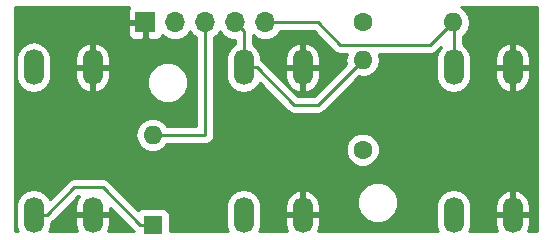
<source format=gbr>
G04 #@! TF.GenerationSoftware,KiCad,Pcbnew,(5.0.1)-4*
G04 #@! TF.CreationDate,2019-03-25T10:39:43-07:00*
G04 #@! TF.ProjectId,SysButtons,537973427574746F6E732E6B69636164,rev?*
G04 #@! TF.SameCoordinates,Original*
G04 #@! TF.FileFunction,Copper,L2,Bot,Signal*
G04 #@! TF.FilePolarity,Positive*
%FSLAX46Y46*%
G04 Gerber Fmt 4.6, Leading zero omitted, Abs format (unit mm)*
G04 Created by KiCad (PCBNEW (5.0.1)-4) date 3/25/2019 10:39:43 AM*
%MOMM*%
%LPD*%
G01*
G04 APERTURE LIST*
G04 #@! TA.AperFunction,ComponentPad*
%ADD10R,1.600000X1.600000*%
G04 #@! TD*
G04 #@! TA.AperFunction,ComponentPad*
%ADD11O,1.600000X1.600000*%
G04 #@! TD*
G04 #@! TA.AperFunction,ComponentPad*
%ADD12R,1.700000X1.700000*%
G04 #@! TD*
G04 #@! TA.AperFunction,ComponentPad*
%ADD13O,1.700000X1.700000*%
G04 #@! TD*
G04 #@! TA.AperFunction,ComponentPad*
%ADD14C,1.600000*%
G04 #@! TD*
G04 #@! TA.AperFunction,ComponentPad*
%ADD15O,1.727200X3.048000*%
G04 #@! TD*
G04 #@! TA.AperFunction,Conductor*
%ADD16C,0.250000*%
G04 #@! TD*
G04 #@! TA.AperFunction,Conductor*
%ADD17C,0.254000*%
G04 #@! TD*
G04 APERTURE END LIST*
D10*
G04 #@! TO.P,D1,1*
G04 #@! TO.N,Net-(D1-Pad1)*
X135255000Y-64770000D03*
D11*
G04 #@! TO.P,D1,2*
G04 #@! TO.N,Net-(D1-Pad2)*
X135255000Y-57150000D03*
G04 #@! TD*
D12*
G04 #@! TO.P,J1,1*
G04 #@! TO.N,+5V*
X134620000Y-47625000D03*
D13*
G04 #@! TO.P,J1,2*
G04 #@! TO.N,GND*
X137160000Y-47625000D03*
G04 #@! TO.P,J1,3*
G04 #@! TO.N,Net-(D1-Pad2)*
X139700000Y-47625000D03*
G04 #@! TO.P,J1,4*
G04 #@! TO.N,Net-(J1-Pad4)*
X142240000Y-47625000D03*
G04 #@! TO.P,J1,5*
G04 #@! TO.N,Net-(J1-Pad5)*
X144780000Y-47625000D03*
G04 #@! TD*
D11*
G04 #@! TO.P,R2,2*
G04 #@! TO.N,Net-(J1-Pad4)*
X153035000Y-50800000D03*
D14*
G04 #@! TO.P,R2,1*
G04 #@! TO.N,GND*
X153035000Y-58420000D03*
G04 #@! TD*
G04 #@! TO.P,R3,1*
G04 #@! TO.N,GND*
X153035000Y-47625000D03*
D11*
G04 #@! TO.P,R3,2*
G04 #@! TO.N,Net-(J1-Pad5)*
X160655000Y-47625000D03*
G04 #@! TD*
D15*
G04 #@! TO.P,SW1,1*
G04 #@! TO.N,+5V*
X130175000Y-63935000D03*
G04 #@! TO.P,SW1,2*
G04 #@! TO.N,Net-(D1-Pad1)*
X125175000Y-63935000D03*
G04 #@! TO.P,SW1,1*
G04 #@! TO.N,+5V*
X130175000Y-51435000D03*
G04 #@! TO.P,SW1,2*
G04 #@! TO.N,Net-(D1-Pad1)*
X125175000Y-51435000D03*
G04 #@! TD*
G04 #@! TO.P,SW2,2*
G04 #@! TO.N,Net-(J1-Pad4)*
X142955000Y-51435000D03*
G04 #@! TO.P,SW2,1*
G04 #@! TO.N,+5V*
X147955000Y-51435000D03*
G04 #@! TO.P,SW2,2*
G04 #@! TO.N,Net-(J1-Pad4)*
X142955000Y-63935000D03*
G04 #@! TO.P,SW2,1*
G04 #@! TO.N,+5V*
X147955000Y-63935000D03*
G04 #@! TD*
G04 #@! TO.P,SW3,1*
G04 #@! TO.N,+5V*
X165735000Y-63935000D03*
G04 #@! TO.P,SW3,2*
G04 #@! TO.N,Net-(J1-Pad5)*
X160735000Y-63935000D03*
G04 #@! TO.P,SW3,1*
G04 #@! TO.N,+5V*
X165735000Y-51435000D03*
G04 #@! TO.P,SW3,2*
G04 #@! TO.N,Net-(J1-Pad5)*
X160735000Y-51435000D03*
G04 #@! TD*
D16*
G04 #@! TO.N,Net-(D1-Pad1)*
X126288600Y-63935000D02*
X128628600Y-61595000D01*
X125175000Y-63935000D02*
X126288600Y-63935000D01*
X134205000Y-64770000D02*
X135255000Y-64770000D01*
X131030000Y-61595000D02*
X134205000Y-64770000D01*
X128628600Y-61595000D02*
X131030000Y-61595000D01*
G04 #@! TO.N,Net-(D1-Pad2)*
X135255000Y-57150000D02*
X139700000Y-57150000D01*
X139700000Y-57150000D02*
X139700000Y-47625000D01*
G04 #@! TO.N,Net-(J1-Pad4)*
X144068600Y-51435000D02*
X142955000Y-51435000D01*
X147243600Y-54610000D02*
X144068600Y-51435000D01*
X149225000Y-54610000D02*
X147243600Y-54610000D01*
X153035000Y-50800000D02*
X149225000Y-54610000D01*
X142955000Y-48340000D02*
X142240000Y-47625000D01*
X142955000Y-51435000D02*
X142955000Y-48340000D01*
G04 #@! TO.N,Net-(J1-Pad5)*
X160735000Y-47705000D02*
X160655000Y-47625000D01*
X160735000Y-51435000D02*
X160735000Y-47705000D01*
X160655000Y-47625000D02*
X158750000Y-49530000D01*
X158750000Y-49530000D02*
X151130000Y-49530000D01*
X149225000Y-47625000D02*
X144780000Y-47625000D01*
X151130000Y-49530000D02*
X149225000Y-47625000D01*
G04 #@! TD*
D17*
G04 #@! TO.N,+5V*
G36*
X128839075Y-62583778D02*
X128676400Y-63147600D01*
X128676400Y-63808000D01*
X130048000Y-63808000D01*
X130048000Y-63788000D01*
X130302000Y-63788000D01*
X130302000Y-63808000D01*
X131673600Y-63808000D01*
X131673600Y-63313401D01*
X133614671Y-65254473D01*
X133648432Y-65305000D01*
X131495938Y-65305000D01*
X131510925Y-65286222D01*
X131673600Y-64722400D01*
X131673600Y-64062000D01*
X130302000Y-64062000D01*
X130302000Y-64082000D01*
X130048000Y-64082000D01*
X130048000Y-64062000D01*
X128676400Y-64062000D01*
X128676400Y-64722400D01*
X128839075Y-65286222D01*
X128854062Y-65305000D01*
X126503211Y-65305000D01*
X126586650Y-65180125D01*
X126673600Y-64742998D01*
X126673600Y-64591795D01*
X126836529Y-64482929D01*
X126878931Y-64419470D01*
X128943402Y-62355000D01*
X129021667Y-62355000D01*
X128839075Y-62583778D01*
X128839075Y-62583778D01*
G37*
X128839075Y-62583778D02*
X128676400Y-63147600D01*
X128676400Y-63808000D01*
X130048000Y-63808000D01*
X130048000Y-63788000D01*
X130302000Y-63788000D01*
X130302000Y-63808000D01*
X131673600Y-63808000D01*
X131673600Y-63313401D01*
X133614671Y-65254473D01*
X133648432Y-65305000D01*
X131495938Y-65305000D01*
X131510925Y-65286222D01*
X131673600Y-64722400D01*
X131673600Y-64062000D01*
X130302000Y-64062000D01*
X130302000Y-64082000D01*
X130048000Y-64082000D01*
X130048000Y-64062000D01*
X128676400Y-64062000D01*
X128676400Y-64722400D01*
X128839075Y-65286222D01*
X128854062Y-65305000D01*
X126503211Y-65305000D01*
X126586650Y-65180125D01*
X126673600Y-64742998D01*
X126673600Y-64591795D01*
X126836529Y-64482929D01*
X126878931Y-64419470D01*
X128943402Y-62355000D01*
X129021667Y-62355000D01*
X128839075Y-62583778D01*
G36*
X133231673Y-46415302D02*
X133135000Y-46648691D01*
X133135000Y-47339250D01*
X133293750Y-47498000D01*
X134493000Y-47498000D01*
X134493000Y-47478000D01*
X134747000Y-47478000D01*
X134747000Y-47498000D01*
X134767000Y-47498000D01*
X134767000Y-47752000D01*
X134747000Y-47752000D01*
X134747000Y-48951250D01*
X134905750Y-49110000D01*
X135596310Y-49110000D01*
X135829699Y-49013327D01*
X136008327Y-48834698D01*
X136074904Y-48673967D01*
X136089375Y-48695625D01*
X136580582Y-49023839D01*
X137013744Y-49110000D01*
X137306256Y-49110000D01*
X137739418Y-49023839D01*
X138230625Y-48695625D01*
X138430000Y-48397239D01*
X138629375Y-48695625D01*
X138940001Y-48903179D01*
X138940000Y-56390000D01*
X136473043Y-56390000D01*
X136289577Y-56115423D01*
X135814909Y-55798260D01*
X135396333Y-55715000D01*
X135113667Y-55715000D01*
X134695091Y-55798260D01*
X134220423Y-56115423D01*
X133903260Y-56590091D01*
X133791887Y-57150000D01*
X133903260Y-57709909D01*
X134220423Y-58184577D01*
X134695091Y-58501740D01*
X135113667Y-58585000D01*
X135396333Y-58585000D01*
X135814909Y-58501740D01*
X136289577Y-58184577D01*
X136322996Y-58134561D01*
X151600000Y-58134561D01*
X151600000Y-58705439D01*
X151818466Y-59232862D01*
X152222138Y-59636534D01*
X152749561Y-59855000D01*
X153320439Y-59855000D01*
X153847862Y-59636534D01*
X154251534Y-59232862D01*
X154470000Y-58705439D01*
X154470000Y-58134561D01*
X154251534Y-57607138D01*
X153847862Y-57203466D01*
X153320439Y-56985000D01*
X152749561Y-56985000D01*
X152222138Y-57203466D01*
X151818466Y-57607138D01*
X151600000Y-58134561D01*
X136322996Y-58134561D01*
X136473043Y-57910000D01*
X139625148Y-57910000D01*
X139700000Y-57924889D01*
X139774852Y-57910000D01*
X139996537Y-57865904D01*
X140247929Y-57697929D01*
X140415904Y-57446537D01*
X140474889Y-57150000D01*
X140460000Y-57075148D01*
X140460000Y-48903178D01*
X140770625Y-48695625D01*
X140970000Y-48397239D01*
X141169375Y-48695625D01*
X141660582Y-49023839D01*
X142093744Y-49110000D01*
X142195001Y-49110000D01*
X142195001Y-49480065D01*
X141874571Y-49694170D01*
X141543351Y-50189875D01*
X141456400Y-50627002D01*
X141456400Y-52242997D01*
X141543350Y-52680124D01*
X141874570Y-53175830D01*
X142370275Y-53507050D01*
X142955000Y-53623359D01*
X143539724Y-53507050D01*
X144035430Y-53175830D01*
X144315490Y-52756691D01*
X146653271Y-55094473D01*
X146695671Y-55157929D01*
X146947063Y-55325904D01*
X147168748Y-55370000D01*
X147168752Y-55370000D01*
X147243599Y-55384888D01*
X147318446Y-55370000D01*
X149150153Y-55370000D01*
X149225000Y-55384888D01*
X149299847Y-55370000D01*
X149299852Y-55370000D01*
X149521537Y-55325904D01*
X149772929Y-55157929D01*
X149815331Y-55094470D01*
X152711114Y-52198688D01*
X152893667Y-52235000D01*
X153176333Y-52235000D01*
X153594909Y-52151740D01*
X154069577Y-51834577D01*
X154386740Y-51359909D01*
X154498113Y-50800000D01*
X154396668Y-50290000D01*
X158675153Y-50290000D01*
X158750000Y-50304888D01*
X158824847Y-50290000D01*
X158824852Y-50290000D01*
X159046537Y-50245904D01*
X159297929Y-50077929D01*
X159340331Y-50014470D01*
X159642368Y-49712434D01*
X159323351Y-50189875D01*
X159236400Y-50627002D01*
X159236400Y-52242997D01*
X159323350Y-52680124D01*
X159654570Y-53175830D01*
X160150275Y-53507050D01*
X160735000Y-53623359D01*
X161319724Y-53507050D01*
X161815430Y-53175830D01*
X162146650Y-52680125D01*
X162233600Y-52242998D01*
X162233600Y-51562000D01*
X164236400Y-51562000D01*
X164236400Y-52222400D01*
X164399075Y-52786222D01*
X164765132Y-53244873D01*
X165278843Y-53528527D01*
X165375974Y-53550358D01*
X165608000Y-53429217D01*
X165608000Y-51562000D01*
X165862000Y-51562000D01*
X165862000Y-53429217D01*
X166094026Y-53550358D01*
X166191157Y-53528527D01*
X166704868Y-53244873D01*
X167070925Y-52786222D01*
X167233600Y-52222400D01*
X167233600Y-51562000D01*
X165862000Y-51562000D01*
X165608000Y-51562000D01*
X164236400Y-51562000D01*
X162233600Y-51562000D01*
X162233600Y-50647600D01*
X164236400Y-50647600D01*
X164236400Y-51308000D01*
X165608000Y-51308000D01*
X165608000Y-49440783D01*
X165862000Y-49440783D01*
X165862000Y-51308000D01*
X167233600Y-51308000D01*
X167233600Y-50647600D01*
X167070925Y-50083778D01*
X166704868Y-49625127D01*
X166191157Y-49341473D01*
X166094026Y-49319642D01*
X165862000Y-49440783D01*
X165608000Y-49440783D01*
X165375974Y-49319642D01*
X165278843Y-49341473D01*
X164765132Y-49625127D01*
X164399075Y-50083778D01*
X164236400Y-50647600D01*
X162233600Y-50647600D01*
X162233600Y-50627002D01*
X162146650Y-50189875D01*
X161815430Y-49694170D01*
X161495000Y-49480065D01*
X161495000Y-48789589D01*
X161689577Y-48659577D01*
X162006740Y-48184909D01*
X162118113Y-47625000D01*
X162006740Y-47065091D01*
X161689577Y-46590423D01*
X161337242Y-46355000D01*
X167767000Y-46355000D01*
X167767000Y-65305000D01*
X167055938Y-65305000D01*
X167070925Y-65286222D01*
X167233600Y-64722400D01*
X167233600Y-64062000D01*
X165862000Y-64062000D01*
X165862000Y-64082000D01*
X165608000Y-64082000D01*
X165608000Y-64062000D01*
X164236400Y-64062000D01*
X164236400Y-64722400D01*
X164399075Y-65286222D01*
X164414062Y-65305000D01*
X162063211Y-65305000D01*
X162146650Y-65180125D01*
X162233600Y-64742998D01*
X162233600Y-63147600D01*
X164236400Y-63147600D01*
X164236400Y-63808000D01*
X165608000Y-63808000D01*
X165608000Y-61940783D01*
X165862000Y-61940783D01*
X165862000Y-63808000D01*
X167233600Y-63808000D01*
X167233600Y-63147600D01*
X167070925Y-62583778D01*
X166704868Y-62125127D01*
X166191157Y-61841473D01*
X166094026Y-61819642D01*
X165862000Y-61940783D01*
X165608000Y-61940783D01*
X165375974Y-61819642D01*
X165278843Y-61841473D01*
X164765132Y-62125127D01*
X164399075Y-62583778D01*
X164236400Y-63147600D01*
X162233600Y-63147600D01*
X162233600Y-63127002D01*
X162146650Y-62689875D01*
X161815430Y-62194170D01*
X161319725Y-61862950D01*
X160735000Y-61746641D01*
X160150276Y-61862950D01*
X159654571Y-62194170D01*
X159323351Y-62689875D01*
X159236400Y-63127002D01*
X159236400Y-64742997D01*
X159323350Y-65180124D01*
X159406789Y-65305000D01*
X149275938Y-65305000D01*
X149290925Y-65286222D01*
X149453600Y-64722400D01*
X149453600Y-64062000D01*
X148082000Y-64062000D01*
X148082000Y-64082000D01*
X147828000Y-64082000D01*
X147828000Y-64062000D01*
X146456400Y-64062000D01*
X146456400Y-64722400D01*
X146619075Y-65286222D01*
X146634062Y-65305000D01*
X144283211Y-65305000D01*
X144366650Y-65180125D01*
X144453600Y-64742998D01*
X144453600Y-63147600D01*
X146456400Y-63147600D01*
X146456400Y-63808000D01*
X147828000Y-63808000D01*
X147828000Y-61940783D01*
X148082000Y-61940783D01*
X148082000Y-63808000D01*
X149453600Y-63808000D01*
X149453600Y-63147600D01*
X149290925Y-62583778D01*
X149239933Y-62519887D01*
X152570000Y-62519887D01*
X152570000Y-63210113D01*
X152834138Y-63847799D01*
X153322201Y-64335862D01*
X153959887Y-64600000D01*
X154650113Y-64600000D01*
X155287799Y-64335862D01*
X155775862Y-63847799D01*
X156040000Y-63210113D01*
X156040000Y-62519887D01*
X155775862Y-61882201D01*
X155287799Y-61394138D01*
X154650113Y-61130000D01*
X153959887Y-61130000D01*
X153322201Y-61394138D01*
X152834138Y-61882201D01*
X152570000Y-62519887D01*
X149239933Y-62519887D01*
X148924868Y-62125127D01*
X148411157Y-61841473D01*
X148314026Y-61819642D01*
X148082000Y-61940783D01*
X147828000Y-61940783D01*
X147595974Y-61819642D01*
X147498843Y-61841473D01*
X146985132Y-62125127D01*
X146619075Y-62583778D01*
X146456400Y-63147600D01*
X144453600Y-63147600D01*
X144453600Y-63127002D01*
X144366650Y-62689875D01*
X144035430Y-62194170D01*
X143539725Y-61862950D01*
X142955000Y-61746641D01*
X142370276Y-61862950D01*
X141874571Y-62194170D01*
X141543351Y-62689875D01*
X141456400Y-63127002D01*
X141456400Y-64742997D01*
X141543350Y-65180124D01*
X141626789Y-65305000D01*
X136702440Y-65305000D01*
X136702440Y-63970000D01*
X136653157Y-63722235D01*
X136512809Y-63512191D01*
X136302765Y-63371843D01*
X136055000Y-63322560D01*
X134455000Y-63322560D01*
X134207235Y-63371843D01*
X134012059Y-63502257D01*
X131620331Y-61110530D01*
X131577929Y-61047071D01*
X131326537Y-60879096D01*
X131104852Y-60835000D01*
X131104847Y-60835000D01*
X131030000Y-60820112D01*
X130955153Y-60835000D01*
X128703448Y-60835000D01*
X128628600Y-60820112D01*
X128553752Y-60835000D01*
X128553748Y-60835000D01*
X128380205Y-60869520D01*
X128332062Y-60879096D01*
X128145018Y-61004076D01*
X128080671Y-61047071D01*
X128038271Y-61110527D01*
X126535490Y-62613309D01*
X126255430Y-62194170D01*
X125759725Y-61862950D01*
X125175000Y-61746641D01*
X124590276Y-61862950D01*
X124094571Y-62194170D01*
X123763351Y-62689875D01*
X123676400Y-63127002D01*
X123676400Y-64742997D01*
X123763350Y-65180124D01*
X123846789Y-65305000D01*
X123571000Y-65305000D01*
X123571000Y-50627002D01*
X123676400Y-50627002D01*
X123676400Y-52242997D01*
X123763350Y-52680124D01*
X124094570Y-53175830D01*
X124590275Y-53507050D01*
X125175000Y-53623359D01*
X125759724Y-53507050D01*
X126255430Y-53175830D01*
X126586650Y-52680125D01*
X126673600Y-52242998D01*
X126673600Y-51562000D01*
X128676400Y-51562000D01*
X128676400Y-52222400D01*
X128839075Y-52786222D01*
X129205132Y-53244873D01*
X129718843Y-53528527D01*
X129815974Y-53550358D01*
X130048000Y-53429217D01*
X130048000Y-51562000D01*
X130302000Y-51562000D01*
X130302000Y-53429217D01*
X130534026Y-53550358D01*
X130631157Y-53528527D01*
X131144868Y-53244873D01*
X131510925Y-52786222D01*
X131633931Y-52359887D01*
X134790000Y-52359887D01*
X134790000Y-53050113D01*
X135054138Y-53687799D01*
X135542201Y-54175862D01*
X136179887Y-54440000D01*
X136870113Y-54440000D01*
X137507799Y-54175862D01*
X137995862Y-53687799D01*
X138260000Y-53050113D01*
X138260000Y-52359887D01*
X137995862Y-51722201D01*
X137507799Y-51234138D01*
X136870113Y-50970000D01*
X136179887Y-50970000D01*
X135542201Y-51234138D01*
X135054138Y-51722201D01*
X134790000Y-52359887D01*
X131633931Y-52359887D01*
X131673600Y-52222400D01*
X131673600Y-51562000D01*
X130302000Y-51562000D01*
X130048000Y-51562000D01*
X128676400Y-51562000D01*
X126673600Y-51562000D01*
X126673600Y-50647600D01*
X128676400Y-50647600D01*
X128676400Y-51308000D01*
X130048000Y-51308000D01*
X130048000Y-49440783D01*
X130302000Y-49440783D01*
X130302000Y-51308000D01*
X131673600Y-51308000D01*
X131673600Y-50647600D01*
X131510925Y-50083778D01*
X131144868Y-49625127D01*
X130631157Y-49341473D01*
X130534026Y-49319642D01*
X130302000Y-49440783D01*
X130048000Y-49440783D01*
X129815974Y-49319642D01*
X129718843Y-49341473D01*
X129205132Y-49625127D01*
X128839075Y-50083778D01*
X128676400Y-50647600D01*
X126673600Y-50647600D01*
X126673600Y-50627002D01*
X126586650Y-50189875D01*
X126255430Y-49694170D01*
X125759725Y-49362950D01*
X125175000Y-49246641D01*
X124590276Y-49362950D01*
X124094571Y-49694170D01*
X123763351Y-50189875D01*
X123676400Y-50627002D01*
X123571000Y-50627002D01*
X123571000Y-47910750D01*
X133135000Y-47910750D01*
X133135000Y-48601309D01*
X133231673Y-48834698D01*
X133410301Y-49013327D01*
X133643690Y-49110000D01*
X134334250Y-49110000D01*
X134493000Y-48951250D01*
X134493000Y-47752000D01*
X133293750Y-47752000D01*
X133135000Y-47910750D01*
X123571000Y-47910750D01*
X123571000Y-46355000D01*
X133291975Y-46355000D01*
X133231673Y-46415302D01*
X133231673Y-46415302D01*
G37*
X133231673Y-46415302D02*
X133135000Y-46648691D01*
X133135000Y-47339250D01*
X133293750Y-47498000D01*
X134493000Y-47498000D01*
X134493000Y-47478000D01*
X134747000Y-47478000D01*
X134747000Y-47498000D01*
X134767000Y-47498000D01*
X134767000Y-47752000D01*
X134747000Y-47752000D01*
X134747000Y-48951250D01*
X134905750Y-49110000D01*
X135596310Y-49110000D01*
X135829699Y-49013327D01*
X136008327Y-48834698D01*
X136074904Y-48673967D01*
X136089375Y-48695625D01*
X136580582Y-49023839D01*
X137013744Y-49110000D01*
X137306256Y-49110000D01*
X137739418Y-49023839D01*
X138230625Y-48695625D01*
X138430000Y-48397239D01*
X138629375Y-48695625D01*
X138940001Y-48903179D01*
X138940000Y-56390000D01*
X136473043Y-56390000D01*
X136289577Y-56115423D01*
X135814909Y-55798260D01*
X135396333Y-55715000D01*
X135113667Y-55715000D01*
X134695091Y-55798260D01*
X134220423Y-56115423D01*
X133903260Y-56590091D01*
X133791887Y-57150000D01*
X133903260Y-57709909D01*
X134220423Y-58184577D01*
X134695091Y-58501740D01*
X135113667Y-58585000D01*
X135396333Y-58585000D01*
X135814909Y-58501740D01*
X136289577Y-58184577D01*
X136322996Y-58134561D01*
X151600000Y-58134561D01*
X151600000Y-58705439D01*
X151818466Y-59232862D01*
X152222138Y-59636534D01*
X152749561Y-59855000D01*
X153320439Y-59855000D01*
X153847862Y-59636534D01*
X154251534Y-59232862D01*
X154470000Y-58705439D01*
X154470000Y-58134561D01*
X154251534Y-57607138D01*
X153847862Y-57203466D01*
X153320439Y-56985000D01*
X152749561Y-56985000D01*
X152222138Y-57203466D01*
X151818466Y-57607138D01*
X151600000Y-58134561D01*
X136322996Y-58134561D01*
X136473043Y-57910000D01*
X139625148Y-57910000D01*
X139700000Y-57924889D01*
X139774852Y-57910000D01*
X139996537Y-57865904D01*
X140247929Y-57697929D01*
X140415904Y-57446537D01*
X140474889Y-57150000D01*
X140460000Y-57075148D01*
X140460000Y-48903178D01*
X140770625Y-48695625D01*
X140970000Y-48397239D01*
X141169375Y-48695625D01*
X141660582Y-49023839D01*
X142093744Y-49110000D01*
X142195001Y-49110000D01*
X142195001Y-49480065D01*
X141874571Y-49694170D01*
X141543351Y-50189875D01*
X141456400Y-50627002D01*
X141456400Y-52242997D01*
X141543350Y-52680124D01*
X141874570Y-53175830D01*
X142370275Y-53507050D01*
X142955000Y-53623359D01*
X143539724Y-53507050D01*
X144035430Y-53175830D01*
X144315490Y-52756691D01*
X146653271Y-55094473D01*
X146695671Y-55157929D01*
X146947063Y-55325904D01*
X147168748Y-55370000D01*
X147168752Y-55370000D01*
X147243599Y-55384888D01*
X147318446Y-55370000D01*
X149150153Y-55370000D01*
X149225000Y-55384888D01*
X149299847Y-55370000D01*
X149299852Y-55370000D01*
X149521537Y-55325904D01*
X149772929Y-55157929D01*
X149815331Y-55094470D01*
X152711114Y-52198688D01*
X152893667Y-52235000D01*
X153176333Y-52235000D01*
X153594909Y-52151740D01*
X154069577Y-51834577D01*
X154386740Y-51359909D01*
X154498113Y-50800000D01*
X154396668Y-50290000D01*
X158675153Y-50290000D01*
X158750000Y-50304888D01*
X158824847Y-50290000D01*
X158824852Y-50290000D01*
X159046537Y-50245904D01*
X159297929Y-50077929D01*
X159340331Y-50014470D01*
X159642368Y-49712434D01*
X159323351Y-50189875D01*
X159236400Y-50627002D01*
X159236400Y-52242997D01*
X159323350Y-52680124D01*
X159654570Y-53175830D01*
X160150275Y-53507050D01*
X160735000Y-53623359D01*
X161319724Y-53507050D01*
X161815430Y-53175830D01*
X162146650Y-52680125D01*
X162233600Y-52242998D01*
X162233600Y-51562000D01*
X164236400Y-51562000D01*
X164236400Y-52222400D01*
X164399075Y-52786222D01*
X164765132Y-53244873D01*
X165278843Y-53528527D01*
X165375974Y-53550358D01*
X165608000Y-53429217D01*
X165608000Y-51562000D01*
X165862000Y-51562000D01*
X165862000Y-53429217D01*
X166094026Y-53550358D01*
X166191157Y-53528527D01*
X166704868Y-53244873D01*
X167070925Y-52786222D01*
X167233600Y-52222400D01*
X167233600Y-51562000D01*
X165862000Y-51562000D01*
X165608000Y-51562000D01*
X164236400Y-51562000D01*
X162233600Y-51562000D01*
X162233600Y-50647600D01*
X164236400Y-50647600D01*
X164236400Y-51308000D01*
X165608000Y-51308000D01*
X165608000Y-49440783D01*
X165862000Y-49440783D01*
X165862000Y-51308000D01*
X167233600Y-51308000D01*
X167233600Y-50647600D01*
X167070925Y-50083778D01*
X166704868Y-49625127D01*
X166191157Y-49341473D01*
X166094026Y-49319642D01*
X165862000Y-49440783D01*
X165608000Y-49440783D01*
X165375974Y-49319642D01*
X165278843Y-49341473D01*
X164765132Y-49625127D01*
X164399075Y-50083778D01*
X164236400Y-50647600D01*
X162233600Y-50647600D01*
X162233600Y-50627002D01*
X162146650Y-50189875D01*
X161815430Y-49694170D01*
X161495000Y-49480065D01*
X161495000Y-48789589D01*
X161689577Y-48659577D01*
X162006740Y-48184909D01*
X162118113Y-47625000D01*
X162006740Y-47065091D01*
X161689577Y-46590423D01*
X161337242Y-46355000D01*
X167767000Y-46355000D01*
X167767000Y-65305000D01*
X167055938Y-65305000D01*
X167070925Y-65286222D01*
X167233600Y-64722400D01*
X167233600Y-64062000D01*
X165862000Y-64062000D01*
X165862000Y-64082000D01*
X165608000Y-64082000D01*
X165608000Y-64062000D01*
X164236400Y-64062000D01*
X164236400Y-64722400D01*
X164399075Y-65286222D01*
X164414062Y-65305000D01*
X162063211Y-65305000D01*
X162146650Y-65180125D01*
X162233600Y-64742998D01*
X162233600Y-63147600D01*
X164236400Y-63147600D01*
X164236400Y-63808000D01*
X165608000Y-63808000D01*
X165608000Y-61940783D01*
X165862000Y-61940783D01*
X165862000Y-63808000D01*
X167233600Y-63808000D01*
X167233600Y-63147600D01*
X167070925Y-62583778D01*
X166704868Y-62125127D01*
X166191157Y-61841473D01*
X166094026Y-61819642D01*
X165862000Y-61940783D01*
X165608000Y-61940783D01*
X165375974Y-61819642D01*
X165278843Y-61841473D01*
X164765132Y-62125127D01*
X164399075Y-62583778D01*
X164236400Y-63147600D01*
X162233600Y-63147600D01*
X162233600Y-63127002D01*
X162146650Y-62689875D01*
X161815430Y-62194170D01*
X161319725Y-61862950D01*
X160735000Y-61746641D01*
X160150276Y-61862950D01*
X159654571Y-62194170D01*
X159323351Y-62689875D01*
X159236400Y-63127002D01*
X159236400Y-64742997D01*
X159323350Y-65180124D01*
X159406789Y-65305000D01*
X149275938Y-65305000D01*
X149290925Y-65286222D01*
X149453600Y-64722400D01*
X149453600Y-64062000D01*
X148082000Y-64062000D01*
X148082000Y-64082000D01*
X147828000Y-64082000D01*
X147828000Y-64062000D01*
X146456400Y-64062000D01*
X146456400Y-64722400D01*
X146619075Y-65286222D01*
X146634062Y-65305000D01*
X144283211Y-65305000D01*
X144366650Y-65180125D01*
X144453600Y-64742998D01*
X144453600Y-63147600D01*
X146456400Y-63147600D01*
X146456400Y-63808000D01*
X147828000Y-63808000D01*
X147828000Y-61940783D01*
X148082000Y-61940783D01*
X148082000Y-63808000D01*
X149453600Y-63808000D01*
X149453600Y-63147600D01*
X149290925Y-62583778D01*
X149239933Y-62519887D01*
X152570000Y-62519887D01*
X152570000Y-63210113D01*
X152834138Y-63847799D01*
X153322201Y-64335862D01*
X153959887Y-64600000D01*
X154650113Y-64600000D01*
X155287799Y-64335862D01*
X155775862Y-63847799D01*
X156040000Y-63210113D01*
X156040000Y-62519887D01*
X155775862Y-61882201D01*
X155287799Y-61394138D01*
X154650113Y-61130000D01*
X153959887Y-61130000D01*
X153322201Y-61394138D01*
X152834138Y-61882201D01*
X152570000Y-62519887D01*
X149239933Y-62519887D01*
X148924868Y-62125127D01*
X148411157Y-61841473D01*
X148314026Y-61819642D01*
X148082000Y-61940783D01*
X147828000Y-61940783D01*
X147595974Y-61819642D01*
X147498843Y-61841473D01*
X146985132Y-62125127D01*
X146619075Y-62583778D01*
X146456400Y-63147600D01*
X144453600Y-63147600D01*
X144453600Y-63127002D01*
X144366650Y-62689875D01*
X144035430Y-62194170D01*
X143539725Y-61862950D01*
X142955000Y-61746641D01*
X142370276Y-61862950D01*
X141874571Y-62194170D01*
X141543351Y-62689875D01*
X141456400Y-63127002D01*
X141456400Y-64742997D01*
X141543350Y-65180124D01*
X141626789Y-65305000D01*
X136702440Y-65305000D01*
X136702440Y-63970000D01*
X136653157Y-63722235D01*
X136512809Y-63512191D01*
X136302765Y-63371843D01*
X136055000Y-63322560D01*
X134455000Y-63322560D01*
X134207235Y-63371843D01*
X134012059Y-63502257D01*
X131620331Y-61110530D01*
X131577929Y-61047071D01*
X131326537Y-60879096D01*
X131104852Y-60835000D01*
X131104847Y-60835000D01*
X131030000Y-60820112D01*
X130955153Y-60835000D01*
X128703448Y-60835000D01*
X128628600Y-60820112D01*
X128553752Y-60835000D01*
X128553748Y-60835000D01*
X128380205Y-60869520D01*
X128332062Y-60879096D01*
X128145018Y-61004076D01*
X128080671Y-61047071D01*
X128038271Y-61110527D01*
X126535490Y-62613309D01*
X126255430Y-62194170D01*
X125759725Y-61862950D01*
X125175000Y-61746641D01*
X124590276Y-61862950D01*
X124094571Y-62194170D01*
X123763351Y-62689875D01*
X123676400Y-63127002D01*
X123676400Y-64742997D01*
X123763350Y-65180124D01*
X123846789Y-65305000D01*
X123571000Y-65305000D01*
X123571000Y-50627002D01*
X123676400Y-50627002D01*
X123676400Y-52242997D01*
X123763350Y-52680124D01*
X124094570Y-53175830D01*
X124590275Y-53507050D01*
X125175000Y-53623359D01*
X125759724Y-53507050D01*
X126255430Y-53175830D01*
X126586650Y-52680125D01*
X126673600Y-52242998D01*
X126673600Y-51562000D01*
X128676400Y-51562000D01*
X128676400Y-52222400D01*
X128839075Y-52786222D01*
X129205132Y-53244873D01*
X129718843Y-53528527D01*
X129815974Y-53550358D01*
X130048000Y-53429217D01*
X130048000Y-51562000D01*
X130302000Y-51562000D01*
X130302000Y-53429217D01*
X130534026Y-53550358D01*
X130631157Y-53528527D01*
X131144868Y-53244873D01*
X131510925Y-52786222D01*
X131633931Y-52359887D01*
X134790000Y-52359887D01*
X134790000Y-53050113D01*
X135054138Y-53687799D01*
X135542201Y-54175862D01*
X136179887Y-54440000D01*
X136870113Y-54440000D01*
X137507799Y-54175862D01*
X137995862Y-53687799D01*
X138260000Y-53050113D01*
X138260000Y-52359887D01*
X137995862Y-51722201D01*
X137507799Y-51234138D01*
X136870113Y-50970000D01*
X136179887Y-50970000D01*
X135542201Y-51234138D01*
X135054138Y-51722201D01*
X134790000Y-52359887D01*
X131633931Y-52359887D01*
X131673600Y-52222400D01*
X131673600Y-51562000D01*
X130302000Y-51562000D01*
X130048000Y-51562000D01*
X128676400Y-51562000D01*
X126673600Y-51562000D01*
X126673600Y-50647600D01*
X128676400Y-50647600D01*
X128676400Y-51308000D01*
X130048000Y-51308000D01*
X130048000Y-49440783D01*
X130302000Y-49440783D01*
X130302000Y-51308000D01*
X131673600Y-51308000D01*
X131673600Y-50647600D01*
X131510925Y-50083778D01*
X131144868Y-49625127D01*
X130631157Y-49341473D01*
X130534026Y-49319642D01*
X130302000Y-49440783D01*
X130048000Y-49440783D01*
X129815974Y-49319642D01*
X129718843Y-49341473D01*
X129205132Y-49625127D01*
X128839075Y-50083778D01*
X128676400Y-50647600D01*
X126673600Y-50647600D01*
X126673600Y-50627002D01*
X126586650Y-50189875D01*
X126255430Y-49694170D01*
X125759725Y-49362950D01*
X125175000Y-49246641D01*
X124590276Y-49362950D01*
X124094571Y-49694170D01*
X123763351Y-50189875D01*
X123676400Y-50627002D01*
X123571000Y-50627002D01*
X123571000Y-47910750D01*
X133135000Y-47910750D01*
X133135000Y-48601309D01*
X133231673Y-48834698D01*
X133410301Y-49013327D01*
X133643690Y-49110000D01*
X134334250Y-49110000D01*
X134493000Y-48951250D01*
X134493000Y-47752000D01*
X133293750Y-47752000D01*
X133135000Y-47910750D01*
X123571000Y-47910750D01*
X123571000Y-46355000D01*
X133291975Y-46355000D01*
X133231673Y-46415302D01*
G36*
X150539671Y-50014473D02*
X150582071Y-50077929D01*
X150645527Y-50120329D01*
X150833462Y-50245904D01*
X150881605Y-50255480D01*
X151055148Y-50290000D01*
X151055152Y-50290000D01*
X151130000Y-50304888D01*
X151204848Y-50290000D01*
X151673332Y-50290000D01*
X151571887Y-50800000D01*
X151636312Y-51123886D01*
X148910199Y-53850000D01*
X147558402Y-53850000D01*
X145270402Y-51562000D01*
X146456400Y-51562000D01*
X146456400Y-52222400D01*
X146619075Y-52786222D01*
X146985132Y-53244873D01*
X147498843Y-53528527D01*
X147595974Y-53550358D01*
X147828000Y-53429217D01*
X147828000Y-51562000D01*
X148082000Y-51562000D01*
X148082000Y-53429217D01*
X148314026Y-53550358D01*
X148411157Y-53528527D01*
X148924868Y-53244873D01*
X149290925Y-52786222D01*
X149453600Y-52222400D01*
X149453600Y-51562000D01*
X148082000Y-51562000D01*
X147828000Y-51562000D01*
X146456400Y-51562000D01*
X145270402Y-51562000D01*
X144658931Y-50950530D01*
X144616529Y-50887071D01*
X144453600Y-50778205D01*
X144453600Y-50647600D01*
X146456400Y-50647600D01*
X146456400Y-51308000D01*
X147828000Y-51308000D01*
X147828000Y-49440783D01*
X148082000Y-49440783D01*
X148082000Y-51308000D01*
X149453600Y-51308000D01*
X149453600Y-50647600D01*
X149290925Y-50083778D01*
X148924868Y-49625127D01*
X148411157Y-49341473D01*
X148314026Y-49319642D01*
X148082000Y-49440783D01*
X147828000Y-49440783D01*
X147595974Y-49319642D01*
X147498843Y-49341473D01*
X146985132Y-49625127D01*
X146619075Y-50083778D01*
X146456400Y-50647600D01*
X144453600Y-50647600D01*
X144453600Y-50627002D01*
X144366650Y-50189875D01*
X144035430Y-49694170D01*
X143715000Y-49480065D01*
X143715000Y-48699384D01*
X144200582Y-49023839D01*
X144633744Y-49110000D01*
X144926256Y-49110000D01*
X145359418Y-49023839D01*
X145850625Y-48695625D01*
X146058178Y-48385000D01*
X148910199Y-48385000D01*
X150539671Y-50014473D01*
X150539671Y-50014473D01*
G37*
X150539671Y-50014473D02*
X150582071Y-50077929D01*
X150645527Y-50120329D01*
X150833462Y-50245904D01*
X150881605Y-50255480D01*
X151055148Y-50290000D01*
X151055152Y-50290000D01*
X151130000Y-50304888D01*
X151204848Y-50290000D01*
X151673332Y-50290000D01*
X151571887Y-50800000D01*
X151636312Y-51123886D01*
X148910199Y-53850000D01*
X147558402Y-53850000D01*
X145270402Y-51562000D01*
X146456400Y-51562000D01*
X146456400Y-52222400D01*
X146619075Y-52786222D01*
X146985132Y-53244873D01*
X147498843Y-53528527D01*
X147595974Y-53550358D01*
X147828000Y-53429217D01*
X147828000Y-51562000D01*
X148082000Y-51562000D01*
X148082000Y-53429217D01*
X148314026Y-53550358D01*
X148411157Y-53528527D01*
X148924868Y-53244873D01*
X149290925Y-52786222D01*
X149453600Y-52222400D01*
X149453600Y-51562000D01*
X148082000Y-51562000D01*
X147828000Y-51562000D01*
X146456400Y-51562000D01*
X145270402Y-51562000D01*
X144658931Y-50950530D01*
X144616529Y-50887071D01*
X144453600Y-50778205D01*
X144453600Y-50647600D01*
X146456400Y-50647600D01*
X146456400Y-51308000D01*
X147828000Y-51308000D01*
X147828000Y-49440783D01*
X148082000Y-49440783D01*
X148082000Y-51308000D01*
X149453600Y-51308000D01*
X149453600Y-50647600D01*
X149290925Y-50083778D01*
X148924868Y-49625127D01*
X148411157Y-49341473D01*
X148314026Y-49319642D01*
X148082000Y-49440783D01*
X147828000Y-49440783D01*
X147595974Y-49319642D01*
X147498843Y-49341473D01*
X146985132Y-49625127D01*
X146619075Y-50083778D01*
X146456400Y-50647600D01*
X144453600Y-50647600D01*
X144453600Y-50627002D01*
X144366650Y-50189875D01*
X144035430Y-49694170D01*
X143715000Y-49480065D01*
X143715000Y-48699384D01*
X144200582Y-49023839D01*
X144633744Y-49110000D01*
X144926256Y-49110000D01*
X145359418Y-49023839D01*
X145850625Y-48695625D01*
X146058178Y-48385000D01*
X148910199Y-48385000D01*
X150539671Y-50014473D01*
G04 #@! TD*
M02*

</source>
